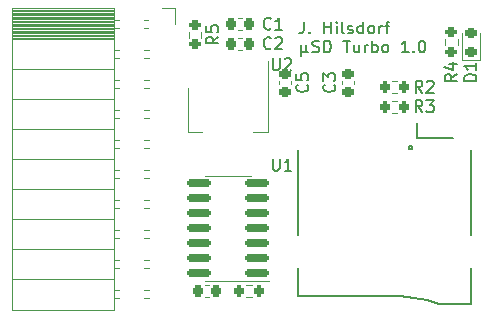
<source format=gbr>
%TF.GenerationSoftware,KiCad,Pcbnew,7.0.7*%
%TF.CreationDate,2023-08-18T08:54:36+02:00*%
%TF.ProjectId,uSD-Turbo,7553442d-5475-4726-926f-2e6b69636164,rev?*%
%TF.SameCoordinates,Original*%
%TF.FileFunction,Legend,Top*%
%TF.FilePolarity,Positive*%
%FSLAX46Y46*%
G04 Gerber Fmt 4.6, Leading zero omitted, Abs format (unit mm)*
G04 Created by KiCad (PCBNEW 7.0.7) date 2023-08-18 08:54:36*
%MOMM*%
%LPD*%
G01*
G04 APERTURE LIST*
G04 Aperture macros list*
%AMRoundRect*
0 Rectangle with rounded corners*
0 $1 Rounding radius*
0 $2 $3 $4 $5 $6 $7 $8 $9 X,Y pos of 4 corners*
0 Add a 4 corners polygon primitive as box body*
4,1,4,$2,$3,$4,$5,$6,$7,$8,$9,$2,$3,0*
0 Add four circle primitives for the rounded corners*
1,1,$1+$1,$2,$3*
1,1,$1+$1,$4,$5*
1,1,$1+$1,$6,$7*
1,1,$1+$1,$8,$9*
0 Add four rect primitives between the rounded corners*
20,1,$1+$1,$2,$3,$4,$5,0*
20,1,$1+$1,$4,$5,$6,$7,0*
20,1,$1+$1,$6,$7,$8,$9,0*
20,1,$1+$1,$8,$9,$2,$3,0*%
G04 Aperture macros list end*
%ADD10C,0.150000*%
%ADD11C,0.120000*%
%ADD12RoundRect,0.150000X0.825000X0.150000X-0.825000X0.150000X-0.825000X-0.150000X0.825000X-0.150000X0*%
%ADD13R,1.500000X2.000000*%
%ADD14R,3.800000X2.000000*%
%ADD15RoundRect,0.225000X-0.225000X-0.250000X0.225000X-0.250000X0.225000X0.250000X-0.225000X0.250000X0*%
%ADD16RoundRect,0.225000X0.250000X-0.225000X0.250000X0.225000X-0.250000X0.225000X-0.250000X-0.225000X0*%
%ADD17R,0.700000X1.600000*%
%ADD18R,1.200000X1.400000*%
%ADD19R,1.200000X2.200000*%
%ADD20R,1.600000X1.400000*%
%ADD21RoundRect,0.200000X0.275000X-0.200000X0.275000X0.200000X-0.275000X0.200000X-0.275000X-0.200000X0*%
%ADD22RoundRect,0.200000X-0.275000X0.200000X-0.275000X-0.200000X0.275000X-0.200000X0.275000X0.200000X0*%
%ADD23RoundRect,0.200000X-0.200000X-0.275000X0.200000X-0.275000X0.200000X0.275000X-0.200000X0.275000X0*%
%ADD24RoundRect,0.200000X0.200000X0.275000X-0.200000X0.275000X-0.200000X-0.275000X0.200000X-0.275000X0*%
%ADD25R,1.700000X1.700000*%
%ADD26O,1.700000X1.700000*%
%ADD27RoundRect,0.218750X0.256250X-0.218750X0.256250X0.218750X-0.256250X0.218750X-0.256250X-0.218750X0*%
G04 APERTURE END LIST*
D10*
X122212493Y-62639819D02*
X122212493Y-63354104D01*
X122212493Y-63354104D02*
X122164874Y-63496961D01*
X122164874Y-63496961D02*
X122069636Y-63592200D01*
X122069636Y-63592200D02*
X121926779Y-63639819D01*
X121926779Y-63639819D02*
X121831541Y-63639819D01*
X122688684Y-63544580D02*
X122736303Y-63592200D01*
X122736303Y-63592200D02*
X122688684Y-63639819D01*
X122688684Y-63639819D02*
X122641065Y-63592200D01*
X122641065Y-63592200D02*
X122688684Y-63544580D01*
X122688684Y-63544580D02*
X122688684Y-63639819D01*
X123926779Y-63639819D02*
X123926779Y-62639819D01*
X123926779Y-63116009D02*
X124498207Y-63116009D01*
X124498207Y-63639819D02*
X124498207Y-62639819D01*
X124974398Y-63639819D02*
X124974398Y-62973152D01*
X124974398Y-62639819D02*
X124926779Y-62687438D01*
X124926779Y-62687438D02*
X124974398Y-62735057D01*
X124974398Y-62735057D02*
X125022017Y-62687438D01*
X125022017Y-62687438D02*
X124974398Y-62639819D01*
X124974398Y-62639819D02*
X124974398Y-62735057D01*
X125593445Y-63639819D02*
X125498207Y-63592200D01*
X125498207Y-63592200D02*
X125450588Y-63496961D01*
X125450588Y-63496961D02*
X125450588Y-62639819D01*
X125926779Y-63592200D02*
X126022017Y-63639819D01*
X126022017Y-63639819D02*
X126212493Y-63639819D01*
X126212493Y-63639819D02*
X126307731Y-63592200D01*
X126307731Y-63592200D02*
X126355350Y-63496961D01*
X126355350Y-63496961D02*
X126355350Y-63449342D01*
X126355350Y-63449342D02*
X126307731Y-63354104D01*
X126307731Y-63354104D02*
X126212493Y-63306485D01*
X126212493Y-63306485D02*
X126069636Y-63306485D01*
X126069636Y-63306485D02*
X125974398Y-63258866D01*
X125974398Y-63258866D02*
X125926779Y-63163628D01*
X125926779Y-63163628D02*
X125926779Y-63116009D01*
X125926779Y-63116009D02*
X125974398Y-63020771D01*
X125974398Y-63020771D02*
X126069636Y-62973152D01*
X126069636Y-62973152D02*
X126212493Y-62973152D01*
X126212493Y-62973152D02*
X126307731Y-63020771D01*
X127212493Y-63639819D02*
X127212493Y-62639819D01*
X127212493Y-63592200D02*
X127117255Y-63639819D01*
X127117255Y-63639819D02*
X126926779Y-63639819D01*
X126926779Y-63639819D02*
X126831541Y-63592200D01*
X126831541Y-63592200D02*
X126783922Y-63544580D01*
X126783922Y-63544580D02*
X126736303Y-63449342D01*
X126736303Y-63449342D02*
X126736303Y-63163628D01*
X126736303Y-63163628D02*
X126783922Y-63068390D01*
X126783922Y-63068390D02*
X126831541Y-63020771D01*
X126831541Y-63020771D02*
X126926779Y-62973152D01*
X126926779Y-62973152D02*
X127117255Y-62973152D01*
X127117255Y-62973152D02*
X127212493Y-63020771D01*
X127831541Y-63639819D02*
X127736303Y-63592200D01*
X127736303Y-63592200D02*
X127688684Y-63544580D01*
X127688684Y-63544580D02*
X127641065Y-63449342D01*
X127641065Y-63449342D02*
X127641065Y-63163628D01*
X127641065Y-63163628D02*
X127688684Y-63068390D01*
X127688684Y-63068390D02*
X127736303Y-63020771D01*
X127736303Y-63020771D02*
X127831541Y-62973152D01*
X127831541Y-62973152D02*
X127974398Y-62973152D01*
X127974398Y-62973152D02*
X128069636Y-63020771D01*
X128069636Y-63020771D02*
X128117255Y-63068390D01*
X128117255Y-63068390D02*
X128164874Y-63163628D01*
X128164874Y-63163628D02*
X128164874Y-63449342D01*
X128164874Y-63449342D02*
X128117255Y-63544580D01*
X128117255Y-63544580D02*
X128069636Y-63592200D01*
X128069636Y-63592200D02*
X127974398Y-63639819D01*
X127974398Y-63639819D02*
X127831541Y-63639819D01*
X128593446Y-63639819D02*
X128593446Y-62973152D01*
X128593446Y-63163628D02*
X128641065Y-63068390D01*
X128641065Y-63068390D02*
X128688684Y-63020771D01*
X128688684Y-63020771D02*
X128783922Y-62973152D01*
X128783922Y-62973152D02*
X128879160Y-62973152D01*
X129069637Y-62973152D02*
X129450589Y-62973152D01*
X129212494Y-63639819D02*
X129212494Y-62782676D01*
X129212494Y-62782676D02*
X129260113Y-62687438D01*
X129260113Y-62687438D02*
X129355351Y-62639819D01*
X129355351Y-62639819D02*
X129450589Y-62639819D01*
X121926779Y-64583152D02*
X121926779Y-65583152D01*
X122402969Y-65106961D02*
X122450588Y-65202200D01*
X122450588Y-65202200D02*
X122545826Y-65249819D01*
X121926779Y-65106961D02*
X121974398Y-65202200D01*
X121974398Y-65202200D02*
X122069636Y-65249819D01*
X122069636Y-65249819D02*
X122260112Y-65249819D01*
X122260112Y-65249819D02*
X122355350Y-65202200D01*
X122355350Y-65202200D02*
X122402969Y-65106961D01*
X122402969Y-65106961D02*
X122402969Y-64583152D01*
X122926779Y-65202200D02*
X123069636Y-65249819D01*
X123069636Y-65249819D02*
X123307731Y-65249819D01*
X123307731Y-65249819D02*
X123402969Y-65202200D01*
X123402969Y-65202200D02*
X123450588Y-65154580D01*
X123450588Y-65154580D02*
X123498207Y-65059342D01*
X123498207Y-65059342D02*
X123498207Y-64964104D01*
X123498207Y-64964104D02*
X123450588Y-64868866D01*
X123450588Y-64868866D02*
X123402969Y-64821247D01*
X123402969Y-64821247D02*
X123307731Y-64773628D01*
X123307731Y-64773628D02*
X123117255Y-64726009D01*
X123117255Y-64726009D02*
X123022017Y-64678390D01*
X123022017Y-64678390D02*
X122974398Y-64630771D01*
X122974398Y-64630771D02*
X122926779Y-64535533D01*
X122926779Y-64535533D02*
X122926779Y-64440295D01*
X122926779Y-64440295D02*
X122974398Y-64345057D01*
X122974398Y-64345057D02*
X123022017Y-64297438D01*
X123022017Y-64297438D02*
X123117255Y-64249819D01*
X123117255Y-64249819D02*
X123355350Y-64249819D01*
X123355350Y-64249819D02*
X123498207Y-64297438D01*
X123926779Y-65249819D02*
X123926779Y-64249819D01*
X123926779Y-64249819D02*
X124164874Y-64249819D01*
X124164874Y-64249819D02*
X124307731Y-64297438D01*
X124307731Y-64297438D02*
X124402969Y-64392676D01*
X124402969Y-64392676D02*
X124450588Y-64487914D01*
X124450588Y-64487914D02*
X124498207Y-64678390D01*
X124498207Y-64678390D02*
X124498207Y-64821247D01*
X124498207Y-64821247D02*
X124450588Y-65011723D01*
X124450588Y-65011723D02*
X124402969Y-65106961D01*
X124402969Y-65106961D02*
X124307731Y-65202200D01*
X124307731Y-65202200D02*
X124164874Y-65249819D01*
X124164874Y-65249819D02*
X123926779Y-65249819D01*
X125545827Y-64249819D02*
X126117255Y-64249819D01*
X125831541Y-65249819D02*
X125831541Y-64249819D01*
X126879160Y-64583152D02*
X126879160Y-65249819D01*
X126450589Y-64583152D02*
X126450589Y-65106961D01*
X126450589Y-65106961D02*
X126498208Y-65202200D01*
X126498208Y-65202200D02*
X126593446Y-65249819D01*
X126593446Y-65249819D02*
X126736303Y-65249819D01*
X126736303Y-65249819D02*
X126831541Y-65202200D01*
X126831541Y-65202200D02*
X126879160Y-65154580D01*
X127355351Y-65249819D02*
X127355351Y-64583152D01*
X127355351Y-64773628D02*
X127402970Y-64678390D01*
X127402970Y-64678390D02*
X127450589Y-64630771D01*
X127450589Y-64630771D02*
X127545827Y-64583152D01*
X127545827Y-64583152D02*
X127641065Y-64583152D01*
X127974399Y-65249819D02*
X127974399Y-64249819D01*
X127974399Y-64630771D02*
X128069637Y-64583152D01*
X128069637Y-64583152D02*
X128260113Y-64583152D01*
X128260113Y-64583152D02*
X128355351Y-64630771D01*
X128355351Y-64630771D02*
X128402970Y-64678390D01*
X128402970Y-64678390D02*
X128450589Y-64773628D01*
X128450589Y-64773628D02*
X128450589Y-65059342D01*
X128450589Y-65059342D02*
X128402970Y-65154580D01*
X128402970Y-65154580D02*
X128355351Y-65202200D01*
X128355351Y-65202200D02*
X128260113Y-65249819D01*
X128260113Y-65249819D02*
X128069637Y-65249819D01*
X128069637Y-65249819D02*
X127974399Y-65202200D01*
X129022018Y-65249819D02*
X128926780Y-65202200D01*
X128926780Y-65202200D02*
X128879161Y-65154580D01*
X128879161Y-65154580D02*
X128831542Y-65059342D01*
X128831542Y-65059342D02*
X128831542Y-64773628D01*
X128831542Y-64773628D02*
X128879161Y-64678390D01*
X128879161Y-64678390D02*
X128926780Y-64630771D01*
X128926780Y-64630771D02*
X129022018Y-64583152D01*
X129022018Y-64583152D02*
X129164875Y-64583152D01*
X129164875Y-64583152D02*
X129260113Y-64630771D01*
X129260113Y-64630771D02*
X129307732Y-64678390D01*
X129307732Y-64678390D02*
X129355351Y-64773628D01*
X129355351Y-64773628D02*
X129355351Y-65059342D01*
X129355351Y-65059342D02*
X129307732Y-65154580D01*
X129307732Y-65154580D02*
X129260113Y-65202200D01*
X129260113Y-65202200D02*
X129164875Y-65249819D01*
X129164875Y-65249819D02*
X129022018Y-65249819D01*
X131069637Y-65249819D02*
X130498209Y-65249819D01*
X130783923Y-65249819D02*
X130783923Y-64249819D01*
X130783923Y-64249819D02*
X130688685Y-64392676D01*
X130688685Y-64392676D02*
X130593447Y-64487914D01*
X130593447Y-64487914D02*
X130498209Y-64535533D01*
X131498209Y-65154580D02*
X131545828Y-65202200D01*
X131545828Y-65202200D02*
X131498209Y-65249819D01*
X131498209Y-65249819D02*
X131450590Y-65202200D01*
X131450590Y-65202200D02*
X131498209Y-65154580D01*
X131498209Y-65154580D02*
X131498209Y-65249819D01*
X132164875Y-64249819D02*
X132260113Y-64249819D01*
X132260113Y-64249819D02*
X132355351Y-64297438D01*
X132355351Y-64297438D02*
X132402970Y-64345057D01*
X132402970Y-64345057D02*
X132450589Y-64440295D01*
X132450589Y-64440295D02*
X132498208Y-64630771D01*
X132498208Y-64630771D02*
X132498208Y-64868866D01*
X132498208Y-64868866D02*
X132450589Y-65059342D01*
X132450589Y-65059342D02*
X132402970Y-65154580D01*
X132402970Y-65154580D02*
X132355351Y-65202200D01*
X132355351Y-65202200D02*
X132260113Y-65249819D01*
X132260113Y-65249819D02*
X132164875Y-65249819D01*
X132164875Y-65249819D02*
X132069637Y-65202200D01*
X132069637Y-65202200D02*
X132022018Y-65154580D01*
X132022018Y-65154580D02*
X131974399Y-65059342D01*
X131974399Y-65059342D02*
X131926780Y-64868866D01*
X131926780Y-64868866D02*
X131926780Y-64630771D01*
X131926780Y-64630771D02*
X131974399Y-64440295D01*
X131974399Y-64440295D02*
X132022018Y-64345057D01*
X132022018Y-64345057D02*
X132069637Y-64297438D01*
X132069637Y-64297438D02*
X132164875Y-64249819D01*
X119580095Y-74252819D02*
X119580095Y-75062342D01*
X119580095Y-75062342D02*
X119627714Y-75157580D01*
X119627714Y-75157580D02*
X119675333Y-75205200D01*
X119675333Y-75205200D02*
X119770571Y-75252819D01*
X119770571Y-75252819D02*
X119961047Y-75252819D01*
X119961047Y-75252819D02*
X120056285Y-75205200D01*
X120056285Y-75205200D02*
X120103904Y-75157580D01*
X120103904Y-75157580D02*
X120151523Y-75062342D01*
X120151523Y-75062342D02*
X120151523Y-74252819D01*
X121151523Y-75252819D02*
X120580095Y-75252819D01*
X120865809Y-75252819D02*
X120865809Y-74252819D01*
X120865809Y-74252819D02*
X120770571Y-74395676D01*
X120770571Y-74395676D02*
X120675333Y-74490914D01*
X120675333Y-74490914D02*
X120580095Y-74538533D01*
X119580095Y-65743819D02*
X119580095Y-66553342D01*
X119580095Y-66553342D02*
X119627714Y-66648580D01*
X119627714Y-66648580D02*
X119675333Y-66696200D01*
X119675333Y-66696200D02*
X119770571Y-66743819D01*
X119770571Y-66743819D02*
X119961047Y-66743819D01*
X119961047Y-66743819D02*
X120056285Y-66696200D01*
X120056285Y-66696200D02*
X120103904Y-66648580D01*
X120103904Y-66648580D02*
X120151523Y-66553342D01*
X120151523Y-66553342D02*
X120151523Y-65743819D01*
X120580095Y-65839057D02*
X120627714Y-65791438D01*
X120627714Y-65791438D02*
X120722952Y-65743819D01*
X120722952Y-65743819D02*
X120961047Y-65743819D01*
X120961047Y-65743819D02*
X121056285Y-65791438D01*
X121056285Y-65791438D02*
X121103904Y-65839057D01*
X121103904Y-65839057D02*
X121151523Y-65934295D01*
X121151523Y-65934295D02*
X121151523Y-66029533D01*
X121151523Y-66029533D02*
X121103904Y-66172390D01*
X121103904Y-66172390D02*
X120532476Y-66743819D01*
X120532476Y-66743819D02*
X121151523Y-66743819D01*
X119413333Y-64870580D02*
X119365714Y-64918200D01*
X119365714Y-64918200D02*
X119222857Y-64965819D01*
X119222857Y-64965819D02*
X119127619Y-64965819D01*
X119127619Y-64965819D02*
X118984762Y-64918200D01*
X118984762Y-64918200D02*
X118889524Y-64822961D01*
X118889524Y-64822961D02*
X118841905Y-64727723D01*
X118841905Y-64727723D02*
X118794286Y-64537247D01*
X118794286Y-64537247D02*
X118794286Y-64394390D01*
X118794286Y-64394390D02*
X118841905Y-64203914D01*
X118841905Y-64203914D02*
X118889524Y-64108676D01*
X118889524Y-64108676D02*
X118984762Y-64013438D01*
X118984762Y-64013438D02*
X119127619Y-63965819D01*
X119127619Y-63965819D02*
X119222857Y-63965819D01*
X119222857Y-63965819D02*
X119365714Y-64013438D01*
X119365714Y-64013438D02*
X119413333Y-64061057D01*
X119794286Y-64061057D02*
X119841905Y-64013438D01*
X119841905Y-64013438D02*
X119937143Y-63965819D01*
X119937143Y-63965819D02*
X120175238Y-63965819D01*
X120175238Y-63965819D02*
X120270476Y-64013438D01*
X120270476Y-64013438D02*
X120318095Y-64061057D01*
X120318095Y-64061057D02*
X120365714Y-64156295D01*
X120365714Y-64156295D02*
X120365714Y-64251533D01*
X120365714Y-64251533D02*
X120318095Y-64394390D01*
X120318095Y-64394390D02*
X119746667Y-64965819D01*
X119746667Y-64965819D02*
X120365714Y-64965819D01*
X124765580Y-67979666D02*
X124813200Y-68027285D01*
X124813200Y-68027285D02*
X124860819Y-68170142D01*
X124860819Y-68170142D02*
X124860819Y-68265380D01*
X124860819Y-68265380D02*
X124813200Y-68408237D01*
X124813200Y-68408237D02*
X124717961Y-68503475D01*
X124717961Y-68503475D02*
X124622723Y-68551094D01*
X124622723Y-68551094D02*
X124432247Y-68598713D01*
X124432247Y-68598713D02*
X124289390Y-68598713D01*
X124289390Y-68598713D02*
X124098914Y-68551094D01*
X124098914Y-68551094D02*
X124003676Y-68503475D01*
X124003676Y-68503475D02*
X123908438Y-68408237D01*
X123908438Y-68408237D02*
X123860819Y-68265380D01*
X123860819Y-68265380D02*
X123860819Y-68170142D01*
X123860819Y-68170142D02*
X123908438Y-68027285D01*
X123908438Y-68027285D02*
X123956057Y-67979666D01*
X123860819Y-67646332D02*
X123860819Y-67027285D01*
X123860819Y-67027285D02*
X124241771Y-67360618D01*
X124241771Y-67360618D02*
X124241771Y-67217761D01*
X124241771Y-67217761D02*
X124289390Y-67122523D01*
X124289390Y-67122523D02*
X124337009Y-67074904D01*
X124337009Y-67074904D02*
X124432247Y-67027285D01*
X124432247Y-67027285D02*
X124670342Y-67027285D01*
X124670342Y-67027285D02*
X124765580Y-67074904D01*
X124765580Y-67074904D02*
X124813200Y-67122523D01*
X124813200Y-67122523D02*
X124860819Y-67217761D01*
X124860819Y-67217761D02*
X124860819Y-67503475D01*
X124860819Y-67503475D02*
X124813200Y-67598713D01*
X124813200Y-67598713D02*
X124765580Y-67646332D01*
X122479580Y-67979666D02*
X122527200Y-68027285D01*
X122527200Y-68027285D02*
X122574819Y-68170142D01*
X122574819Y-68170142D02*
X122574819Y-68265380D01*
X122574819Y-68265380D02*
X122527200Y-68408237D01*
X122527200Y-68408237D02*
X122431961Y-68503475D01*
X122431961Y-68503475D02*
X122336723Y-68551094D01*
X122336723Y-68551094D02*
X122146247Y-68598713D01*
X122146247Y-68598713D02*
X122003390Y-68598713D01*
X122003390Y-68598713D02*
X121812914Y-68551094D01*
X121812914Y-68551094D02*
X121717676Y-68503475D01*
X121717676Y-68503475D02*
X121622438Y-68408237D01*
X121622438Y-68408237D02*
X121574819Y-68265380D01*
X121574819Y-68265380D02*
X121574819Y-68170142D01*
X121574819Y-68170142D02*
X121622438Y-68027285D01*
X121622438Y-68027285D02*
X121670057Y-67979666D01*
X121574819Y-67074904D02*
X121574819Y-67551094D01*
X121574819Y-67551094D02*
X122051009Y-67598713D01*
X122051009Y-67598713D02*
X122003390Y-67551094D01*
X122003390Y-67551094D02*
X121955771Y-67455856D01*
X121955771Y-67455856D02*
X121955771Y-67217761D01*
X121955771Y-67217761D02*
X122003390Y-67122523D01*
X122003390Y-67122523D02*
X122051009Y-67074904D01*
X122051009Y-67074904D02*
X122146247Y-67027285D01*
X122146247Y-67027285D02*
X122384342Y-67027285D01*
X122384342Y-67027285D02*
X122479580Y-67074904D01*
X122479580Y-67074904D02*
X122527200Y-67122523D01*
X122527200Y-67122523D02*
X122574819Y-67217761D01*
X122574819Y-67217761D02*
X122574819Y-67455856D01*
X122574819Y-67455856D02*
X122527200Y-67551094D01*
X122527200Y-67551094D02*
X122479580Y-67598713D01*
X114954819Y-63915666D02*
X114478628Y-64248999D01*
X114954819Y-64487094D02*
X113954819Y-64487094D01*
X113954819Y-64487094D02*
X113954819Y-64106142D01*
X113954819Y-64106142D02*
X114002438Y-64010904D01*
X114002438Y-64010904D02*
X114050057Y-63963285D01*
X114050057Y-63963285D02*
X114145295Y-63915666D01*
X114145295Y-63915666D02*
X114288152Y-63915666D01*
X114288152Y-63915666D02*
X114383390Y-63963285D01*
X114383390Y-63963285D02*
X114431009Y-64010904D01*
X114431009Y-64010904D02*
X114478628Y-64106142D01*
X114478628Y-64106142D02*
X114478628Y-64487094D01*
X113954819Y-63010904D02*
X113954819Y-63487094D01*
X113954819Y-63487094D02*
X114431009Y-63534713D01*
X114431009Y-63534713D02*
X114383390Y-63487094D01*
X114383390Y-63487094D02*
X114335771Y-63391856D01*
X114335771Y-63391856D02*
X114335771Y-63153761D01*
X114335771Y-63153761D02*
X114383390Y-63058523D01*
X114383390Y-63058523D02*
X114431009Y-63010904D01*
X114431009Y-63010904D02*
X114526247Y-62963285D01*
X114526247Y-62963285D02*
X114764342Y-62963285D01*
X114764342Y-62963285D02*
X114859580Y-63010904D01*
X114859580Y-63010904D02*
X114907200Y-63058523D01*
X114907200Y-63058523D02*
X114954819Y-63153761D01*
X114954819Y-63153761D02*
X114954819Y-63391856D01*
X114954819Y-63391856D02*
X114907200Y-63487094D01*
X114907200Y-63487094D02*
X114859580Y-63534713D01*
X135147819Y-67090666D02*
X134671628Y-67423999D01*
X135147819Y-67662094D02*
X134147819Y-67662094D01*
X134147819Y-67662094D02*
X134147819Y-67281142D01*
X134147819Y-67281142D02*
X134195438Y-67185904D01*
X134195438Y-67185904D02*
X134243057Y-67138285D01*
X134243057Y-67138285D02*
X134338295Y-67090666D01*
X134338295Y-67090666D02*
X134481152Y-67090666D01*
X134481152Y-67090666D02*
X134576390Y-67138285D01*
X134576390Y-67138285D02*
X134624009Y-67185904D01*
X134624009Y-67185904D02*
X134671628Y-67281142D01*
X134671628Y-67281142D02*
X134671628Y-67662094D01*
X134481152Y-66233523D02*
X135147819Y-66233523D01*
X134100200Y-66471618D02*
X134814485Y-66709713D01*
X134814485Y-66709713D02*
X134814485Y-66090666D01*
X132240333Y-68648819D02*
X131907000Y-68172628D01*
X131668905Y-68648819D02*
X131668905Y-67648819D01*
X131668905Y-67648819D02*
X132049857Y-67648819D01*
X132049857Y-67648819D02*
X132145095Y-67696438D01*
X132145095Y-67696438D02*
X132192714Y-67744057D01*
X132192714Y-67744057D02*
X132240333Y-67839295D01*
X132240333Y-67839295D02*
X132240333Y-67982152D01*
X132240333Y-67982152D02*
X132192714Y-68077390D01*
X132192714Y-68077390D02*
X132145095Y-68125009D01*
X132145095Y-68125009D02*
X132049857Y-68172628D01*
X132049857Y-68172628D02*
X131668905Y-68172628D01*
X132621286Y-67744057D02*
X132668905Y-67696438D01*
X132668905Y-67696438D02*
X132764143Y-67648819D01*
X132764143Y-67648819D02*
X133002238Y-67648819D01*
X133002238Y-67648819D02*
X133097476Y-67696438D01*
X133097476Y-67696438D02*
X133145095Y-67744057D01*
X133145095Y-67744057D02*
X133192714Y-67839295D01*
X133192714Y-67839295D02*
X133192714Y-67934533D01*
X133192714Y-67934533D02*
X133145095Y-68077390D01*
X133145095Y-68077390D02*
X132573667Y-68648819D01*
X132573667Y-68648819D02*
X133192714Y-68648819D01*
X136798819Y-67662094D02*
X135798819Y-67662094D01*
X135798819Y-67662094D02*
X135798819Y-67423999D01*
X135798819Y-67423999D02*
X135846438Y-67281142D01*
X135846438Y-67281142D02*
X135941676Y-67185904D01*
X135941676Y-67185904D02*
X136036914Y-67138285D01*
X136036914Y-67138285D02*
X136227390Y-67090666D01*
X136227390Y-67090666D02*
X136370247Y-67090666D01*
X136370247Y-67090666D02*
X136560723Y-67138285D01*
X136560723Y-67138285D02*
X136655961Y-67185904D01*
X136655961Y-67185904D02*
X136751200Y-67281142D01*
X136751200Y-67281142D02*
X136798819Y-67423999D01*
X136798819Y-67423999D02*
X136798819Y-67662094D01*
X136798819Y-66138285D02*
X136798819Y-66709713D01*
X136798819Y-66423999D02*
X135798819Y-66423999D01*
X135798819Y-66423999D02*
X135941676Y-66519237D01*
X135941676Y-66519237D02*
X136036914Y-66614475D01*
X136036914Y-66614475D02*
X136084533Y-66709713D01*
X132240333Y-70299819D02*
X131907000Y-69823628D01*
X131668905Y-70299819D02*
X131668905Y-69299819D01*
X131668905Y-69299819D02*
X132049857Y-69299819D01*
X132049857Y-69299819D02*
X132145095Y-69347438D01*
X132145095Y-69347438D02*
X132192714Y-69395057D01*
X132192714Y-69395057D02*
X132240333Y-69490295D01*
X132240333Y-69490295D02*
X132240333Y-69633152D01*
X132240333Y-69633152D02*
X132192714Y-69728390D01*
X132192714Y-69728390D02*
X132145095Y-69776009D01*
X132145095Y-69776009D02*
X132049857Y-69823628D01*
X132049857Y-69823628D02*
X131668905Y-69823628D01*
X132573667Y-69299819D02*
X133192714Y-69299819D01*
X133192714Y-69299819D02*
X132859381Y-69680771D01*
X132859381Y-69680771D02*
X133002238Y-69680771D01*
X133002238Y-69680771D02*
X133097476Y-69728390D01*
X133097476Y-69728390D02*
X133145095Y-69776009D01*
X133145095Y-69776009D02*
X133192714Y-69871247D01*
X133192714Y-69871247D02*
X133192714Y-70109342D01*
X133192714Y-70109342D02*
X133145095Y-70204580D01*
X133145095Y-70204580D02*
X133097476Y-70252200D01*
X133097476Y-70252200D02*
X133002238Y-70299819D01*
X133002238Y-70299819D02*
X132716524Y-70299819D01*
X132716524Y-70299819D02*
X132621286Y-70252200D01*
X132621286Y-70252200D02*
X132573667Y-70204580D01*
X119413333Y-63219580D02*
X119365714Y-63267200D01*
X119365714Y-63267200D02*
X119222857Y-63314819D01*
X119222857Y-63314819D02*
X119127619Y-63314819D01*
X119127619Y-63314819D02*
X118984762Y-63267200D01*
X118984762Y-63267200D02*
X118889524Y-63171961D01*
X118889524Y-63171961D02*
X118841905Y-63076723D01*
X118841905Y-63076723D02*
X118794286Y-62886247D01*
X118794286Y-62886247D02*
X118794286Y-62743390D01*
X118794286Y-62743390D02*
X118841905Y-62552914D01*
X118841905Y-62552914D02*
X118889524Y-62457676D01*
X118889524Y-62457676D02*
X118984762Y-62362438D01*
X118984762Y-62362438D02*
X119127619Y-62314819D01*
X119127619Y-62314819D02*
X119222857Y-62314819D01*
X119222857Y-62314819D02*
X119365714Y-62362438D01*
X119365714Y-62362438D02*
X119413333Y-62410057D01*
X120365714Y-63314819D02*
X119794286Y-63314819D01*
X120080000Y-63314819D02*
X120080000Y-62314819D01*
X120080000Y-62314819D02*
X119984762Y-62457676D01*
X119984762Y-62457676D02*
X119889524Y-62552914D01*
X119889524Y-62552914D02*
X119794286Y-62600533D01*
D11*
%TO.C,U1*%
X115770000Y-84567000D02*
X119220000Y-84567000D01*
X115770000Y-84567000D02*
X113820000Y-84567000D01*
X115770000Y-75697000D02*
X117720000Y-75697000D01*
X115770000Y-75697000D02*
X113820000Y-75697000D01*
%TO.C,U2*%
X119180000Y-65999000D02*
X119180000Y-72009000D01*
X112360000Y-68249000D02*
X112360000Y-72009000D01*
X119180000Y-72009000D02*
X117920000Y-72009000D01*
X112360000Y-72009000D02*
X113620000Y-72009000D01*
%TO.C,C2*%
X116645420Y-64001000D02*
X116926580Y-64001000D01*
X116645420Y-65021000D02*
X116926580Y-65021000D01*
%TO.C,C3*%
X125420000Y-67953580D02*
X125420000Y-67672420D01*
X126440000Y-67953580D02*
X126440000Y-67672420D01*
D10*
%TO.C,XS1*%
X121670000Y-80730000D02*
X121670000Y-73530000D01*
X121670000Y-83530000D02*
X121670000Y-85830000D01*
X121670000Y-85830000D02*
X129020000Y-85830000D01*
X129020000Y-85830000D02*
X130370000Y-85880000D01*
X130370000Y-85880000D02*
X131520000Y-86030000D01*
X131070000Y-73130000D02*
X131070000Y-73430000D01*
X131070000Y-73430000D02*
X131370000Y-73430000D01*
X131370000Y-73130000D02*
X131070000Y-73130000D01*
X131370000Y-73430000D02*
X131370000Y-73130000D01*
X131520000Y-86030000D02*
X132620000Y-86230000D01*
X131820000Y-72530000D02*
X131820000Y-71230000D01*
X131820000Y-72530000D02*
X134820000Y-72530000D01*
X132620000Y-86230000D02*
X133670000Y-86530000D01*
X133670000Y-86530000D02*
X136370000Y-86530000D01*
X136370000Y-73530000D02*
X136370000Y-80730000D01*
X136370000Y-86530000D02*
X136370000Y-83530000D01*
D11*
%TO.C,C5*%
X120086000Y-67953580D02*
X120086000Y-67672420D01*
X121106000Y-67953580D02*
X121106000Y-67672420D01*
%TO.C,R5*%
X112453500Y-63986258D02*
X112453500Y-63511742D01*
X113498500Y-63986258D02*
X113498500Y-63511742D01*
%TO.C,R4*%
X135215500Y-64146742D02*
X135215500Y-64621258D01*
X134170500Y-64146742D02*
X134170500Y-64621258D01*
%TO.C,R2*%
X129629742Y-67671500D02*
X130104258Y-67671500D01*
X129629742Y-68716500D02*
X130104258Y-68716500D01*
%TO.C,R1*%
X117785258Y-85988500D02*
X117310742Y-85988500D01*
X117785258Y-84943500D02*
X117310742Y-84943500D01*
%TO.C,J1*%
X97530000Y-61510000D02*
X97530000Y-87030000D01*
X97530000Y-61510000D02*
X106160000Y-61510000D01*
X97530000Y-61630000D02*
X106160000Y-61630000D01*
X97530000Y-61748095D02*
X106160000Y-61748095D01*
X97530000Y-61866190D02*
X106160000Y-61866190D01*
X97530000Y-61984285D02*
X106160000Y-61984285D01*
X97530000Y-62102380D02*
X106160000Y-62102380D01*
X97530000Y-62220475D02*
X106160000Y-62220475D01*
X97530000Y-62338570D02*
X106160000Y-62338570D01*
X97530000Y-62456665D02*
X106160000Y-62456665D01*
X97530000Y-62574760D02*
X106160000Y-62574760D01*
X97530000Y-62692855D02*
X106160000Y-62692855D01*
X97530000Y-62810950D02*
X106160000Y-62810950D01*
X97530000Y-62929045D02*
X106160000Y-62929045D01*
X97530000Y-63047140D02*
X106160000Y-63047140D01*
X97530000Y-63165235D02*
X106160000Y-63165235D01*
X97530000Y-63283330D02*
X106160000Y-63283330D01*
X97530000Y-63401425D02*
X106160000Y-63401425D01*
X97530000Y-63519520D02*
X106160000Y-63519520D01*
X97530000Y-63637615D02*
X106160000Y-63637615D01*
X97530000Y-63755710D02*
X106160000Y-63755710D01*
X97530000Y-63873805D02*
X106160000Y-63873805D01*
X97530000Y-63991900D02*
X106160000Y-63991900D01*
X97530000Y-64110000D02*
X106160000Y-64110000D01*
X97530000Y-66650000D02*
X106160000Y-66650000D01*
X97530000Y-69190000D02*
X106160000Y-69190000D01*
X97530000Y-71730000D02*
X106160000Y-71730000D01*
X97530000Y-74270000D02*
X106160000Y-74270000D01*
X97530000Y-76810000D02*
X106160000Y-76810000D01*
X97530000Y-79350000D02*
X106160000Y-79350000D01*
X97530000Y-81890000D02*
X106160000Y-81890000D01*
X97530000Y-84430000D02*
X106160000Y-84430000D01*
X97530000Y-87030000D02*
X106160000Y-87030000D01*
X106160000Y-61510000D02*
X106160000Y-87030000D01*
X106160000Y-62480000D02*
X106570000Y-62480000D01*
X106160000Y-63200000D02*
X106570000Y-63200000D01*
X106160000Y-65020000D02*
X106570000Y-65020000D01*
X106160000Y-65740000D02*
X106570000Y-65740000D01*
X106160000Y-67560000D02*
X106570000Y-67560000D01*
X106160000Y-68280000D02*
X106570000Y-68280000D01*
X106160000Y-70100000D02*
X106570000Y-70100000D01*
X106160000Y-70820000D02*
X106570000Y-70820000D01*
X106160000Y-72640000D02*
X106570000Y-72640000D01*
X106160000Y-73360000D02*
X106570000Y-73360000D01*
X106160000Y-75180000D02*
X106570000Y-75180000D01*
X106160000Y-75900000D02*
X106570000Y-75900000D01*
X106160000Y-77720000D02*
X106570000Y-77720000D01*
X106160000Y-78440000D02*
X106570000Y-78440000D01*
X106160000Y-80260000D02*
X106570000Y-80260000D01*
X106160000Y-80980000D02*
X106570000Y-80980000D01*
X106160000Y-82800000D02*
X106570000Y-82800000D01*
X106160000Y-83520000D02*
X106570000Y-83520000D01*
X106160000Y-85340000D02*
X106570000Y-85340000D01*
X106160000Y-86060000D02*
X106570000Y-86060000D01*
X108670000Y-62480000D02*
X109050000Y-62480000D01*
X108670000Y-63200000D02*
X109050000Y-63200000D01*
X108670000Y-65020000D02*
X109110000Y-65020000D01*
X108670000Y-65740000D02*
X109110000Y-65740000D01*
X108670000Y-67560000D02*
X109110000Y-67560000D01*
X108670000Y-68280000D02*
X109110000Y-68280000D01*
X108670000Y-70100000D02*
X109110000Y-70100000D01*
X108670000Y-70820000D02*
X109110000Y-70820000D01*
X108670000Y-72640000D02*
X109110000Y-72640000D01*
X108670000Y-73360000D02*
X109110000Y-73360000D01*
X108670000Y-75180000D02*
X109110000Y-75180000D01*
X108670000Y-75900000D02*
X109110000Y-75900000D01*
X108670000Y-77720000D02*
X109110000Y-77720000D01*
X108670000Y-78440000D02*
X109110000Y-78440000D01*
X108670000Y-80260000D02*
X109110000Y-80260000D01*
X108670000Y-80980000D02*
X109110000Y-80980000D01*
X108670000Y-82800000D02*
X109110000Y-82800000D01*
X108670000Y-83520000D02*
X109110000Y-83520000D01*
X108670000Y-85340000D02*
X109110000Y-85340000D01*
X108670000Y-86060000D02*
X109110000Y-86060000D01*
X110160000Y-61510000D02*
X111270000Y-61510000D01*
X111270000Y-61510000D02*
X111270000Y-62840000D01*
%TO.C,C4*%
X113851420Y-84956000D02*
X114132580Y-84956000D01*
X113851420Y-85976000D02*
X114132580Y-85976000D01*
%TO.C,D1*%
X135609000Y-65869000D02*
X137079000Y-65869000D01*
X137079000Y-65869000D02*
X137079000Y-63584000D01*
X135609000Y-63584000D02*
X135609000Y-65869000D01*
%TO.C,R3*%
X129629742Y-69322500D02*
X130104258Y-69322500D01*
X129629742Y-70367500D02*
X130104258Y-70367500D01*
%TO.C,C1*%
X116645420Y-62350000D02*
X116926580Y-62350000D01*
X116645420Y-63370000D02*
X116926580Y-63370000D01*
%TD*%
%LPC*%
D12*
%TO.C,U1*%
X118245000Y-83942000D03*
X118245000Y-82672000D03*
X118245000Y-81402000D03*
X118245000Y-80132000D03*
X118245000Y-78862000D03*
X118245000Y-77592000D03*
X118245000Y-76322000D03*
X113295000Y-76322000D03*
X113295000Y-77592000D03*
X113295000Y-78862000D03*
X113295000Y-80132000D03*
X113295000Y-81402000D03*
X113295000Y-82672000D03*
X113295000Y-83942000D03*
%TD*%
D13*
%TO.C,U2*%
X118070000Y-66949000D03*
X115770000Y-66949000D03*
D14*
X115770000Y-73249000D03*
D13*
X113470000Y-66949000D03*
%TD*%
D15*
%TO.C,C2*%
X116011000Y-64511000D03*
X117561000Y-64511000D03*
%TD*%
D16*
%TO.C,C3*%
X125930000Y-68588000D03*
X125930000Y-67038000D03*
%TD*%
D17*
%TO.C,XS1*%
X131220000Y-72030000D03*
X130120000Y-72030000D03*
X129020000Y-72030000D03*
X127920000Y-72030000D03*
X126820000Y-72030000D03*
D18*
X121270000Y-72530000D03*
D19*
X121270000Y-82130000D03*
D17*
X125720000Y-72030000D03*
D20*
X135870000Y-72530000D03*
D19*
X136770000Y-82130000D03*
D17*
X124620000Y-72030000D03*
X123520000Y-72030000D03*
X122420000Y-72030000D03*
%TD*%
D16*
%TO.C,C5*%
X120596000Y-68588000D03*
X120596000Y-67038000D03*
%TD*%
D21*
%TO.C,R5*%
X112976000Y-64574000D03*
X112976000Y-62924000D03*
%TD*%
D22*
%TO.C,R4*%
X134693000Y-63559000D03*
X134693000Y-65209000D03*
%TD*%
D23*
%TO.C,R2*%
X129042000Y-68194000D03*
X130692000Y-68194000D03*
%TD*%
D24*
%TO.C,R1*%
X118373000Y-85466000D03*
X116723000Y-85466000D03*
%TD*%
D25*
%TO.C,J1*%
X110160000Y-62840000D03*
D26*
X107620000Y-62840000D03*
X110160000Y-65380000D03*
X107620000Y-65380000D03*
X110160000Y-67920000D03*
X107620000Y-67920000D03*
X110160000Y-70460000D03*
X107620000Y-70460000D03*
X110160000Y-73000000D03*
X107620000Y-73000000D03*
X110160000Y-75540000D03*
X107620000Y-75540000D03*
X110160000Y-78080000D03*
X107620000Y-78080000D03*
X110160000Y-80620000D03*
X107620000Y-80620000D03*
X110160000Y-83160000D03*
X107620000Y-83160000D03*
X110160000Y-85700000D03*
X107620000Y-85700000D03*
%TD*%
D15*
%TO.C,C4*%
X113217000Y-85466000D03*
X114767000Y-85466000D03*
%TD*%
D27*
%TO.C,D1*%
X136344000Y-65171500D03*
X136344000Y-63596500D03*
%TD*%
D23*
%TO.C,R3*%
X129042000Y-69845000D03*
X130692000Y-69845000D03*
%TD*%
D15*
%TO.C,C1*%
X116011000Y-62860000D03*
X117561000Y-62860000D03*
%TD*%
%LPD*%
M02*

</source>
